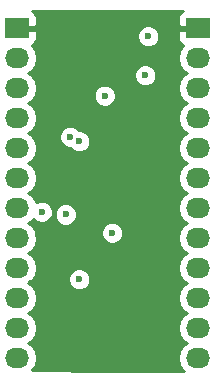
<source format=gbr>
G04 #@! TF.FileFunction,Copper,L2,Inr,Signal*
%FSLAX46Y46*%
G04 Gerber Fmt 4.6, Leading zero omitted, Abs format (unit mm)*
G04 Created by KiCad (PCBNEW 4.0.2-stable) date 10/8/2016 11:45:13 AM*
%MOMM*%
G01*
G04 APERTURE LIST*
%ADD10C,0.100000*%
%ADD11R,2.032000X1.727200*%
%ADD12O,2.032000X1.727200*%
%ADD13C,0.600000*%
%ADD14C,0.254000*%
G04 APERTURE END LIST*
D10*
D11*
X27000000Y-20000000D03*
D12*
X27000000Y-22540000D03*
X27000000Y-25080000D03*
X27000000Y-27620000D03*
X27000000Y-30160000D03*
X27000000Y-32700000D03*
X27000000Y-35240000D03*
X27000000Y-37780000D03*
X27000000Y-40320000D03*
X27000000Y-42860000D03*
X27000000Y-45400000D03*
X27000000Y-47940000D03*
D11*
X42300000Y-20000000D03*
D12*
X42300000Y-22540000D03*
X42300000Y-25080000D03*
X42300000Y-27620000D03*
X42300000Y-30160000D03*
X42300000Y-32700000D03*
X42300000Y-35240000D03*
X42300000Y-37780000D03*
X42300000Y-40320000D03*
X42300000Y-42860000D03*
X42300000Y-45400000D03*
X42300000Y-47940000D03*
D13*
X39808011Y-33274000D03*
X29591000Y-32639000D03*
X29718000Y-36957000D03*
X37084000Y-23241000D03*
X34036000Y-21844000D03*
X32385000Y-20955000D03*
X36066000Y-29718000D03*
X36066000Y-27178000D03*
X32258000Y-48639000D03*
X37970000Y-48387000D03*
X34417000Y-45593000D03*
X29083000Y-35560000D03*
X34417000Y-25731000D03*
X32258000Y-41276080D03*
X38100000Y-20701000D03*
X32258000Y-29591000D03*
X31496000Y-29210000D03*
X31106204Y-35788039D03*
X37846000Y-24003000D03*
X35052000Y-37338000D03*
D14*
G36*
X40924302Y-18598073D02*
X40745673Y-18776701D01*
X40649000Y-19010090D01*
X40649000Y-19714250D01*
X40807750Y-19873000D01*
X42173000Y-19873000D01*
X42173000Y-19853000D01*
X42427000Y-19853000D01*
X42427000Y-19873000D01*
X42447000Y-19873000D01*
X42447000Y-20127000D01*
X42427000Y-20127000D01*
X42427000Y-20147000D01*
X42173000Y-20147000D01*
X42173000Y-20127000D01*
X40807750Y-20127000D01*
X40649000Y-20285750D01*
X40649000Y-20989910D01*
X40745673Y-21223299D01*
X40924302Y-21401927D01*
X41077780Y-21465500D01*
X41055585Y-21480330D01*
X40730729Y-21966511D01*
X40616655Y-22540000D01*
X40730729Y-23113489D01*
X41055585Y-23599670D01*
X41370366Y-23810000D01*
X41055585Y-24020330D01*
X40730729Y-24506511D01*
X40616655Y-25080000D01*
X40730729Y-25653489D01*
X41055585Y-26139670D01*
X41370366Y-26350000D01*
X41055585Y-26560330D01*
X40730729Y-27046511D01*
X40616655Y-27620000D01*
X40730729Y-28193489D01*
X41055585Y-28679670D01*
X41370366Y-28890000D01*
X41055585Y-29100330D01*
X40730729Y-29586511D01*
X40616655Y-30160000D01*
X40730729Y-30733489D01*
X41055585Y-31219670D01*
X41370366Y-31430000D01*
X41055585Y-31640330D01*
X40730729Y-32126511D01*
X40616655Y-32700000D01*
X40730729Y-33273489D01*
X41055585Y-33759670D01*
X41370366Y-33970000D01*
X41055585Y-34180330D01*
X40730729Y-34666511D01*
X40616655Y-35240000D01*
X40730729Y-35813489D01*
X41055585Y-36299670D01*
X41370366Y-36510000D01*
X41055585Y-36720330D01*
X40730729Y-37206511D01*
X40616655Y-37780000D01*
X40730729Y-38353489D01*
X41055585Y-38839670D01*
X41370366Y-39050000D01*
X41055585Y-39260330D01*
X40730729Y-39746511D01*
X40616655Y-40320000D01*
X40730729Y-40893489D01*
X41055585Y-41379670D01*
X41370366Y-41590000D01*
X41055585Y-41800330D01*
X40730729Y-42286511D01*
X40616655Y-42860000D01*
X40730729Y-43433489D01*
X41055585Y-43919670D01*
X41370366Y-44130000D01*
X41055585Y-44340330D01*
X40730729Y-44826511D01*
X40616655Y-45400000D01*
X40730729Y-45973489D01*
X41055585Y-46459670D01*
X41370366Y-46670000D01*
X41055585Y-46880330D01*
X40730729Y-47366511D01*
X40616655Y-47940000D01*
X40730729Y-48513489D01*
X41055585Y-48999670D01*
X41166828Y-49074000D01*
X34802741Y-49074000D01*
X28253100Y-48986671D01*
X28569271Y-48513489D01*
X28683345Y-47940000D01*
X28569271Y-47366511D01*
X28244415Y-46880330D01*
X27929634Y-46670000D01*
X28244415Y-46459670D01*
X28569271Y-45973489D01*
X28683345Y-45400000D01*
X28569271Y-44826511D01*
X28244415Y-44340330D01*
X27929634Y-44130000D01*
X28244415Y-43919670D01*
X28569271Y-43433489D01*
X28683345Y-42860000D01*
X28569271Y-42286511D01*
X28244415Y-41800330D01*
X27929634Y-41590000D01*
X28122326Y-41461247D01*
X31322838Y-41461247D01*
X31464883Y-41805023D01*
X31727673Y-42068272D01*
X32071201Y-42210918D01*
X32443167Y-42211242D01*
X32786943Y-42069197D01*
X33050192Y-41806407D01*
X33192838Y-41462879D01*
X33193162Y-41090913D01*
X33051117Y-40747137D01*
X32788327Y-40483888D01*
X32444799Y-40341242D01*
X32072833Y-40340918D01*
X31729057Y-40482963D01*
X31465808Y-40745753D01*
X31323162Y-41089281D01*
X31322838Y-41461247D01*
X28122326Y-41461247D01*
X28244415Y-41379670D01*
X28569271Y-40893489D01*
X28683345Y-40320000D01*
X28569271Y-39746511D01*
X28244415Y-39260330D01*
X27929634Y-39050000D01*
X28244415Y-38839670D01*
X28569271Y-38353489D01*
X28683345Y-37780000D01*
X28632258Y-37523167D01*
X34116838Y-37523167D01*
X34258883Y-37866943D01*
X34521673Y-38130192D01*
X34865201Y-38272838D01*
X35237167Y-38273162D01*
X35580943Y-38131117D01*
X35844192Y-37868327D01*
X35986838Y-37524799D01*
X35987162Y-37152833D01*
X35845117Y-36809057D01*
X35582327Y-36545808D01*
X35238799Y-36403162D01*
X34866833Y-36402838D01*
X34523057Y-36544883D01*
X34259808Y-36807673D01*
X34117162Y-37151201D01*
X34116838Y-37523167D01*
X28632258Y-37523167D01*
X28569271Y-37206511D01*
X28244415Y-36720330D01*
X27929634Y-36510000D01*
X28244415Y-36299670D01*
X28346992Y-36146152D01*
X28552673Y-36352192D01*
X28896201Y-36494838D01*
X29268167Y-36495162D01*
X29611943Y-36353117D01*
X29875192Y-36090327D01*
X29923825Y-35973206D01*
X30171042Y-35973206D01*
X30313087Y-36316982D01*
X30575877Y-36580231D01*
X30919405Y-36722877D01*
X31291371Y-36723201D01*
X31635147Y-36581156D01*
X31898396Y-36318366D01*
X32041042Y-35974838D01*
X32041366Y-35602872D01*
X31899321Y-35259096D01*
X31636531Y-34995847D01*
X31293003Y-34853201D01*
X30921037Y-34852877D01*
X30577261Y-34994922D01*
X30314012Y-35257712D01*
X30171366Y-35601240D01*
X30171042Y-35973206D01*
X29923825Y-35973206D01*
X30017838Y-35746799D01*
X30018162Y-35374833D01*
X29876117Y-35031057D01*
X29613327Y-34767808D01*
X29269799Y-34625162D01*
X28897833Y-34624838D01*
X28586564Y-34753451D01*
X28569271Y-34666511D01*
X28244415Y-34180330D01*
X27929634Y-33970000D01*
X28244415Y-33759670D01*
X28569271Y-33273489D01*
X28683345Y-32700000D01*
X28569271Y-32126511D01*
X28244415Y-31640330D01*
X27929634Y-31430000D01*
X28244415Y-31219670D01*
X28569271Y-30733489D01*
X28683345Y-30160000D01*
X28569271Y-29586511D01*
X28441419Y-29395167D01*
X30560838Y-29395167D01*
X30702883Y-29738943D01*
X30965673Y-30002192D01*
X31309201Y-30144838D01*
X31489892Y-30144995D01*
X31727673Y-30383192D01*
X32071201Y-30525838D01*
X32443167Y-30526162D01*
X32786943Y-30384117D01*
X33050192Y-30121327D01*
X33192838Y-29777799D01*
X33193162Y-29405833D01*
X33051117Y-29062057D01*
X32788327Y-28798808D01*
X32444799Y-28656162D01*
X32264108Y-28656005D01*
X32026327Y-28417808D01*
X31682799Y-28275162D01*
X31310833Y-28274838D01*
X30967057Y-28416883D01*
X30703808Y-28679673D01*
X30561162Y-29023201D01*
X30560838Y-29395167D01*
X28441419Y-29395167D01*
X28244415Y-29100330D01*
X27929634Y-28890000D01*
X28244415Y-28679670D01*
X28569271Y-28193489D01*
X28683345Y-27620000D01*
X28569271Y-27046511D01*
X28244415Y-26560330D01*
X27929634Y-26350000D01*
X28244415Y-26139670D01*
X28393755Y-25916167D01*
X33481838Y-25916167D01*
X33623883Y-26259943D01*
X33886673Y-26523192D01*
X34230201Y-26665838D01*
X34602167Y-26666162D01*
X34945943Y-26524117D01*
X35209192Y-26261327D01*
X35351838Y-25917799D01*
X35352162Y-25545833D01*
X35210117Y-25202057D01*
X34947327Y-24938808D01*
X34603799Y-24796162D01*
X34231833Y-24795838D01*
X33888057Y-24937883D01*
X33624808Y-25200673D01*
X33482162Y-25544201D01*
X33481838Y-25916167D01*
X28393755Y-25916167D01*
X28569271Y-25653489D01*
X28683345Y-25080000D01*
X28569271Y-24506511D01*
X28356561Y-24188167D01*
X36910838Y-24188167D01*
X37052883Y-24531943D01*
X37315673Y-24795192D01*
X37659201Y-24937838D01*
X38031167Y-24938162D01*
X38374943Y-24796117D01*
X38638192Y-24533327D01*
X38780838Y-24189799D01*
X38781162Y-23817833D01*
X38639117Y-23474057D01*
X38376327Y-23210808D01*
X38032799Y-23068162D01*
X37660833Y-23067838D01*
X37317057Y-23209883D01*
X37053808Y-23472673D01*
X36911162Y-23816201D01*
X36910838Y-24188167D01*
X28356561Y-24188167D01*
X28244415Y-24020330D01*
X27929634Y-23810000D01*
X28244415Y-23599670D01*
X28569271Y-23113489D01*
X28683345Y-22540000D01*
X28569271Y-21966511D01*
X28244415Y-21480330D01*
X28222220Y-21465500D01*
X28375698Y-21401927D01*
X28554327Y-21223299D01*
X28651000Y-20989910D01*
X28651000Y-20886167D01*
X37164838Y-20886167D01*
X37306883Y-21229943D01*
X37569673Y-21493192D01*
X37913201Y-21635838D01*
X38285167Y-21636162D01*
X38628943Y-21494117D01*
X38892192Y-21231327D01*
X39034838Y-20887799D01*
X39035162Y-20515833D01*
X38893117Y-20172057D01*
X38630327Y-19908808D01*
X38286799Y-19766162D01*
X37914833Y-19765838D01*
X37571057Y-19907883D01*
X37307808Y-20170673D01*
X37165162Y-20514201D01*
X37164838Y-20886167D01*
X28651000Y-20886167D01*
X28651000Y-20285750D01*
X28492250Y-20127000D01*
X27127000Y-20127000D01*
X27127000Y-20147000D01*
X26873000Y-20147000D01*
X26873000Y-20127000D01*
X26853000Y-20127000D01*
X26853000Y-19873000D01*
X26873000Y-19873000D01*
X26873000Y-19853000D01*
X27127000Y-19853000D01*
X27127000Y-19873000D01*
X28492250Y-19873000D01*
X28651000Y-19714250D01*
X28651000Y-19010090D01*
X28554327Y-18776701D01*
X28375698Y-18598073D01*
X28240326Y-18542000D01*
X41059674Y-18542000D01*
X40924302Y-18598073D01*
X40924302Y-18598073D01*
G37*
X40924302Y-18598073D02*
X40745673Y-18776701D01*
X40649000Y-19010090D01*
X40649000Y-19714250D01*
X40807750Y-19873000D01*
X42173000Y-19873000D01*
X42173000Y-19853000D01*
X42427000Y-19853000D01*
X42427000Y-19873000D01*
X42447000Y-19873000D01*
X42447000Y-20127000D01*
X42427000Y-20127000D01*
X42427000Y-20147000D01*
X42173000Y-20147000D01*
X42173000Y-20127000D01*
X40807750Y-20127000D01*
X40649000Y-20285750D01*
X40649000Y-20989910D01*
X40745673Y-21223299D01*
X40924302Y-21401927D01*
X41077780Y-21465500D01*
X41055585Y-21480330D01*
X40730729Y-21966511D01*
X40616655Y-22540000D01*
X40730729Y-23113489D01*
X41055585Y-23599670D01*
X41370366Y-23810000D01*
X41055585Y-24020330D01*
X40730729Y-24506511D01*
X40616655Y-25080000D01*
X40730729Y-25653489D01*
X41055585Y-26139670D01*
X41370366Y-26350000D01*
X41055585Y-26560330D01*
X40730729Y-27046511D01*
X40616655Y-27620000D01*
X40730729Y-28193489D01*
X41055585Y-28679670D01*
X41370366Y-28890000D01*
X41055585Y-29100330D01*
X40730729Y-29586511D01*
X40616655Y-30160000D01*
X40730729Y-30733489D01*
X41055585Y-31219670D01*
X41370366Y-31430000D01*
X41055585Y-31640330D01*
X40730729Y-32126511D01*
X40616655Y-32700000D01*
X40730729Y-33273489D01*
X41055585Y-33759670D01*
X41370366Y-33970000D01*
X41055585Y-34180330D01*
X40730729Y-34666511D01*
X40616655Y-35240000D01*
X40730729Y-35813489D01*
X41055585Y-36299670D01*
X41370366Y-36510000D01*
X41055585Y-36720330D01*
X40730729Y-37206511D01*
X40616655Y-37780000D01*
X40730729Y-38353489D01*
X41055585Y-38839670D01*
X41370366Y-39050000D01*
X41055585Y-39260330D01*
X40730729Y-39746511D01*
X40616655Y-40320000D01*
X40730729Y-40893489D01*
X41055585Y-41379670D01*
X41370366Y-41590000D01*
X41055585Y-41800330D01*
X40730729Y-42286511D01*
X40616655Y-42860000D01*
X40730729Y-43433489D01*
X41055585Y-43919670D01*
X41370366Y-44130000D01*
X41055585Y-44340330D01*
X40730729Y-44826511D01*
X40616655Y-45400000D01*
X40730729Y-45973489D01*
X41055585Y-46459670D01*
X41370366Y-46670000D01*
X41055585Y-46880330D01*
X40730729Y-47366511D01*
X40616655Y-47940000D01*
X40730729Y-48513489D01*
X41055585Y-48999670D01*
X41166828Y-49074000D01*
X34802741Y-49074000D01*
X28253100Y-48986671D01*
X28569271Y-48513489D01*
X28683345Y-47940000D01*
X28569271Y-47366511D01*
X28244415Y-46880330D01*
X27929634Y-46670000D01*
X28244415Y-46459670D01*
X28569271Y-45973489D01*
X28683345Y-45400000D01*
X28569271Y-44826511D01*
X28244415Y-44340330D01*
X27929634Y-44130000D01*
X28244415Y-43919670D01*
X28569271Y-43433489D01*
X28683345Y-42860000D01*
X28569271Y-42286511D01*
X28244415Y-41800330D01*
X27929634Y-41590000D01*
X28122326Y-41461247D01*
X31322838Y-41461247D01*
X31464883Y-41805023D01*
X31727673Y-42068272D01*
X32071201Y-42210918D01*
X32443167Y-42211242D01*
X32786943Y-42069197D01*
X33050192Y-41806407D01*
X33192838Y-41462879D01*
X33193162Y-41090913D01*
X33051117Y-40747137D01*
X32788327Y-40483888D01*
X32444799Y-40341242D01*
X32072833Y-40340918D01*
X31729057Y-40482963D01*
X31465808Y-40745753D01*
X31323162Y-41089281D01*
X31322838Y-41461247D01*
X28122326Y-41461247D01*
X28244415Y-41379670D01*
X28569271Y-40893489D01*
X28683345Y-40320000D01*
X28569271Y-39746511D01*
X28244415Y-39260330D01*
X27929634Y-39050000D01*
X28244415Y-38839670D01*
X28569271Y-38353489D01*
X28683345Y-37780000D01*
X28632258Y-37523167D01*
X34116838Y-37523167D01*
X34258883Y-37866943D01*
X34521673Y-38130192D01*
X34865201Y-38272838D01*
X35237167Y-38273162D01*
X35580943Y-38131117D01*
X35844192Y-37868327D01*
X35986838Y-37524799D01*
X35987162Y-37152833D01*
X35845117Y-36809057D01*
X35582327Y-36545808D01*
X35238799Y-36403162D01*
X34866833Y-36402838D01*
X34523057Y-36544883D01*
X34259808Y-36807673D01*
X34117162Y-37151201D01*
X34116838Y-37523167D01*
X28632258Y-37523167D01*
X28569271Y-37206511D01*
X28244415Y-36720330D01*
X27929634Y-36510000D01*
X28244415Y-36299670D01*
X28346992Y-36146152D01*
X28552673Y-36352192D01*
X28896201Y-36494838D01*
X29268167Y-36495162D01*
X29611943Y-36353117D01*
X29875192Y-36090327D01*
X29923825Y-35973206D01*
X30171042Y-35973206D01*
X30313087Y-36316982D01*
X30575877Y-36580231D01*
X30919405Y-36722877D01*
X31291371Y-36723201D01*
X31635147Y-36581156D01*
X31898396Y-36318366D01*
X32041042Y-35974838D01*
X32041366Y-35602872D01*
X31899321Y-35259096D01*
X31636531Y-34995847D01*
X31293003Y-34853201D01*
X30921037Y-34852877D01*
X30577261Y-34994922D01*
X30314012Y-35257712D01*
X30171366Y-35601240D01*
X30171042Y-35973206D01*
X29923825Y-35973206D01*
X30017838Y-35746799D01*
X30018162Y-35374833D01*
X29876117Y-35031057D01*
X29613327Y-34767808D01*
X29269799Y-34625162D01*
X28897833Y-34624838D01*
X28586564Y-34753451D01*
X28569271Y-34666511D01*
X28244415Y-34180330D01*
X27929634Y-33970000D01*
X28244415Y-33759670D01*
X28569271Y-33273489D01*
X28683345Y-32700000D01*
X28569271Y-32126511D01*
X28244415Y-31640330D01*
X27929634Y-31430000D01*
X28244415Y-31219670D01*
X28569271Y-30733489D01*
X28683345Y-30160000D01*
X28569271Y-29586511D01*
X28441419Y-29395167D01*
X30560838Y-29395167D01*
X30702883Y-29738943D01*
X30965673Y-30002192D01*
X31309201Y-30144838D01*
X31489892Y-30144995D01*
X31727673Y-30383192D01*
X32071201Y-30525838D01*
X32443167Y-30526162D01*
X32786943Y-30384117D01*
X33050192Y-30121327D01*
X33192838Y-29777799D01*
X33193162Y-29405833D01*
X33051117Y-29062057D01*
X32788327Y-28798808D01*
X32444799Y-28656162D01*
X32264108Y-28656005D01*
X32026327Y-28417808D01*
X31682799Y-28275162D01*
X31310833Y-28274838D01*
X30967057Y-28416883D01*
X30703808Y-28679673D01*
X30561162Y-29023201D01*
X30560838Y-29395167D01*
X28441419Y-29395167D01*
X28244415Y-29100330D01*
X27929634Y-28890000D01*
X28244415Y-28679670D01*
X28569271Y-28193489D01*
X28683345Y-27620000D01*
X28569271Y-27046511D01*
X28244415Y-26560330D01*
X27929634Y-26350000D01*
X28244415Y-26139670D01*
X28393755Y-25916167D01*
X33481838Y-25916167D01*
X33623883Y-26259943D01*
X33886673Y-26523192D01*
X34230201Y-26665838D01*
X34602167Y-26666162D01*
X34945943Y-26524117D01*
X35209192Y-26261327D01*
X35351838Y-25917799D01*
X35352162Y-25545833D01*
X35210117Y-25202057D01*
X34947327Y-24938808D01*
X34603799Y-24796162D01*
X34231833Y-24795838D01*
X33888057Y-24937883D01*
X33624808Y-25200673D01*
X33482162Y-25544201D01*
X33481838Y-25916167D01*
X28393755Y-25916167D01*
X28569271Y-25653489D01*
X28683345Y-25080000D01*
X28569271Y-24506511D01*
X28356561Y-24188167D01*
X36910838Y-24188167D01*
X37052883Y-24531943D01*
X37315673Y-24795192D01*
X37659201Y-24937838D01*
X38031167Y-24938162D01*
X38374943Y-24796117D01*
X38638192Y-24533327D01*
X38780838Y-24189799D01*
X38781162Y-23817833D01*
X38639117Y-23474057D01*
X38376327Y-23210808D01*
X38032799Y-23068162D01*
X37660833Y-23067838D01*
X37317057Y-23209883D01*
X37053808Y-23472673D01*
X36911162Y-23816201D01*
X36910838Y-24188167D01*
X28356561Y-24188167D01*
X28244415Y-24020330D01*
X27929634Y-23810000D01*
X28244415Y-23599670D01*
X28569271Y-23113489D01*
X28683345Y-22540000D01*
X28569271Y-21966511D01*
X28244415Y-21480330D01*
X28222220Y-21465500D01*
X28375698Y-21401927D01*
X28554327Y-21223299D01*
X28651000Y-20989910D01*
X28651000Y-20886167D01*
X37164838Y-20886167D01*
X37306883Y-21229943D01*
X37569673Y-21493192D01*
X37913201Y-21635838D01*
X38285167Y-21636162D01*
X38628943Y-21494117D01*
X38892192Y-21231327D01*
X39034838Y-20887799D01*
X39035162Y-20515833D01*
X38893117Y-20172057D01*
X38630327Y-19908808D01*
X38286799Y-19766162D01*
X37914833Y-19765838D01*
X37571057Y-19907883D01*
X37307808Y-20170673D01*
X37165162Y-20514201D01*
X37164838Y-20886167D01*
X28651000Y-20886167D01*
X28651000Y-20285750D01*
X28492250Y-20127000D01*
X27127000Y-20127000D01*
X27127000Y-20147000D01*
X26873000Y-20147000D01*
X26873000Y-20127000D01*
X26853000Y-20127000D01*
X26853000Y-19873000D01*
X26873000Y-19873000D01*
X26873000Y-19853000D01*
X27127000Y-19853000D01*
X27127000Y-19873000D01*
X28492250Y-19873000D01*
X28651000Y-19714250D01*
X28651000Y-19010090D01*
X28554327Y-18776701D01*
X28375698Y-18598073D01*
X28240326Y-18542000D01*
X41059674Y-18542000D01*
X40924302Y-18598073D01*
M02*

</source>
